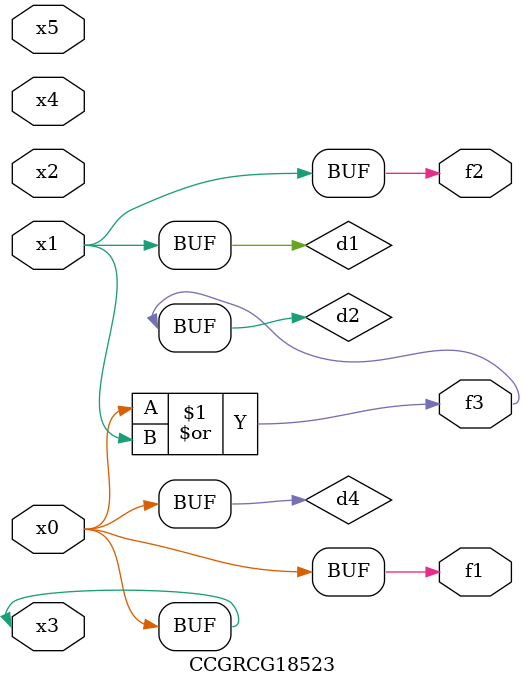
<source format=v>
module CCGRCG18523(
	input x0, x1, x2, x3, x4, x5,
	output f1, f2, f3
);

	wire d1, d2, d3, d4;

	and (d1, x1);
	or (d2, x0, x1);
	nand (d3, x0, x5);
	buf (d4, x0, x3);
	assign f1 = d4;
	assign f2 = d1;
	assign f3 = d2;
endmodule

</source>
